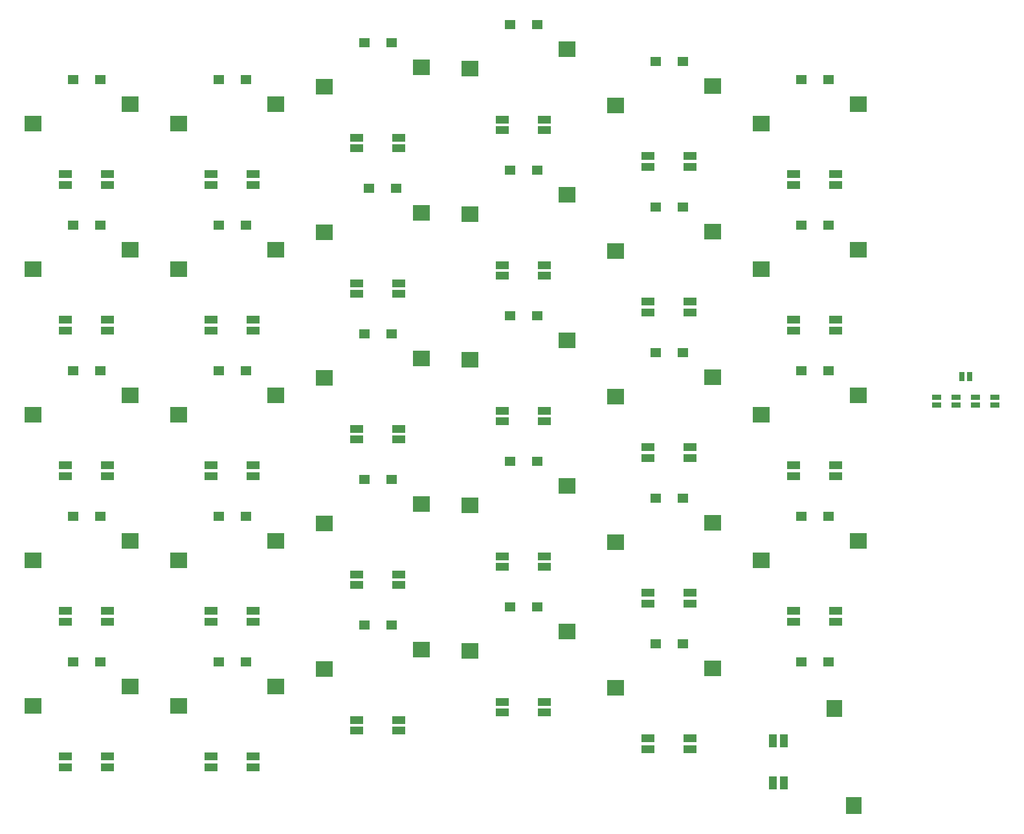
<source format=gbr>
%TF.GenerationSoftware,KiCad,Pcbnew,5.1.9-73d0e3b20d~88~ubuntu18.04.1*%
%TF.CreationDate,2021-03-13T15:22:26+09:00*%
%TF.ProjectId,swallowtail,7377616c-6c6f-4777-9461-696c2e6b6963,rev?*%
%TF.SameCoordinates,Original*%
%TF.FileFunction,Paste,Bot*%
%TF.FilePolarity,Positive*%
%FSLAX46Y46*%
G04 Gerber Fmt 4.6, Leading zero omitted, Abs format (unit mm)*
G04 Created by KiCad (PCBNEW 5.1.9-73d0e3b20d~88~ubuntu18.04.1) date 2021-03-13 15:22:26*
%MOMM*%
%LPD*%
G01*
G04 APERTURE LIST*
%ADD10R,2.300000X2.000000*%
%ADD11R,1.400000X1.300000*%
%ADD12R,1.700000X1.000000*%
%ADD13R,1.000000X1.700000*%
%ADD14R,2.000000X2.300000*%
%ADD15R,0.635000X1.143000*%
%ADD16R,1.143000X0.635000*%
G04 APERTURE END LIST*
D10*
%TO.C,SW24*%
X132303125Y-115291875D03*
X145003125Y-112751875D03*
%TD*%
D11*
%TO.C,D1*%
X45828125Y-52387500D03*
X42278125Y-52387500D03*
%TD*%
%TO.C,D2*%
X64878125Y-52387500D03*
X61328125Y-52387500D03*
%TD*%
%TO.C,D3*%
X83928125Y-47625000D03*
X80378125Y-47625000D03*
%TD*%
%TO.C,D4*%
X102978125Y-45243750D03*
X99428125Y-45243750D03*
%TD*%
%TO.C,D5*%
X122028125Y-50006250D03*
X118478125Y-50006250D03*
%TD*%
%TO.C,D6*%
X141078125Y-52387500D03*
X137528125Y-52387500D03*
%TD*%
%TO.C,D7*%
X45828125Y-71437500D03*
X42278125Y-71437500D03*
%TD*%
%TO.C,D8*%
X64878125Y-71437500D03*
X61328125Y-71437500D03*
%TD*%
%TO.C,D9*%
X84534375Y-66675000D03*
X80984375Y-66675000D03*
%TD*%
%TO.C,D10*%
X102978125Y-64293750D03*
X99428125Y-64293750D03*
%TD*%
%TO.C,D11*%
X122028125Y-69056250D03*
X118478125Y-69056250D03*
%TD*%
%TO.C,D12*%
X141078125Y-71437500D03*
X137528125Y-71437500D03*
%TD*%
%TO.C,D13*%
X45828125Y-90487500D03*
X42278125Y-90487500D03*
%TD*%
%TO.C,D14*%
X64878125Y-90487500D03*
X61328125Y-90487500D03*
%TD*%
%TO.C,D15*%
X83928125Y-85725000D03*
X80378125Y-85725000D03*
%TD*%
%TO.C,D16*%
X102978125Y-83343750D03*
X99428125Y-83343750D03*
%TD*%
%TO.C,D17*%
X122028125Y-88106250D03*
X118478125Y-88106250D03*
%TD*%
%TO.C,D18*%
X141078125Y-90487500D03*
X137528125Y-90487500D03*
%TD*%
%TO.C,D19*%
X45828125Y-109537500D03*
X42278125Y-109537500D03*
%TD*%
%TO.C,D20*%
X64878125Y-109537500D03*
X61328125Y-109537500D03*
%TD*%
%TO.C,D21*%
X83928125Y-104775000D03*
X80378125Y-104775000D03*
%TD*%
%TO.C,D22*%
X102978125Y-102393750D03*
X99428125Y-102393750D03*
%TD*%
%TO.C,D23*%
X122028125Y-107156250D03*
X118478125Y-107156250D03*
%TD*%
%TO.C,D24*%
X141078125Y-109537500D03*
X137528125Y-109537500D03*
%TD*%
%TO.C,D25*%
X45828125Y-128587500D03*
X42278125Y-128587500D03*
%TD*%
%TO.C,D26*%
X64878125Y-128587500D03*
X61328125Y-128587500D03*
%TD*%
%TO.C,D27*%
X83928125Y-123825000D03*
X80378125Y-123825000D03*
%TD*%
%TO.C,D28*%
X102978125Y-121443750D03*
X99428125Y-121443750D03*
%TD*%
%TO.C,D29*%
X122028125Y-126206250D03*
X118478125Y-126206250D03*
%TD*%
%TO.C,D30*%
X141078125Y-128587500D03*
X137528125Y-128587500D03*
%TD*%
D12*
%TO.C,LED1*%
X46803125Y-66184375D03*
X46803125Y-64784375D03*
X41303125Y-66184375D03*
X41303125Y-64784375D03*
%TD*%
%TO.C,LED2*%
X65853125Y-66184375D03*
X65853125Y-64784375D03*
X60353125Y-66184375D03*
X60353125Y-64784375D03*
%TD*%
%TO.C,LED3*%
X84903125Y-61421875D03*
X84903125Y-60021875D03*
X79403125Y-61421875D03*
X79403125Y-60021875D03*
%TD*%
%TO.C,LED4*%
X103953125Y-59040625D03*
X103953125Y-57640625D03*
X98453125Y-59040625D03*
X98453125Y-57640625D03*
%TD*%
%TO.C,LED5*%
X123003125Y-63803125D03*
X123003125Y-62403125D03*
X117503125Y-63803125D03*
X117503125Y-62403125D03*
%TD*%
%TO.C,LED6*%
X142053125Y-66184375D03*
X142053125Y-64784375D03*
X136553125Y-66184375D03*
X136553125Y-64784375D03*
%TD*%
%TO.C,LED7*%
X46803125Y-85234375D03*
X46803125Y-83834375D03*
X41303125Y-85234375D03*
X41303125Y-83834375D03*
%TD*%
%TO.C,LED8*%
X65853125Y-85234375D03*
X65853125Y-83834375D03*
X60353125Y-85234375D03*
X60353125Y-83834375D03*
%TD*%
%TO.C,LED9*%
X84903125Y-80471875D03*
X84903125Y-79071875D03*
X79403125Y-80471875D03*
X79403125Y-79071875D03*
%TD*%
%TO.C,LED10*%
X103953125Y-78090625D03*
X103953125Y-76690625D03*
X98453125Y-78090625D03*
X98453125Y-76690625D03*
%TD*%
%TO.C,LED11*%
X123003125Y-82853125D03*
X123003125Y-81453125D03*
X117503125Y-82853125D03*
X117503125Y-81453125D03*
%TD*%
%TO.C,LED12*%
X142053125Y-85234375D03*
X142053125Y-83834375D03*
X136553125Y-85234375D03*
X136553125Y-83834375D03*
%TD*%
%TO.C,LED13*%
X46803125Y-104284375D03*
X46803125Y-102884375D03*
X41303125Y-104284375D03*
X41303125Y-102884375D03*
%TD*%
%TO.C,LED14*%
X65853125Y-104284375D03*
X65853125Y-102884375D03*
X60353125Y-104284375D03*
X60353125Y-102884375D03*
%TD*%
%TO.C,LED15*%
X84903125Y-99521875D03*
X84903125Y-98121875D03*
X79403125Y-99521875D03*
X79403125Y-98121875D03*
%TD*%
%TO.C,LED16*%
X103953125Y-97140625D03*
X103953125Y-95740625D03*
X98453125Y-97140625D03*
X98453125Y-95740625D03*
%TD*%
%TO.C,LED17*%
X123003125Y-101903125D03*
X123003125Y-100503125D03*
X117503125Y-101903125D03*
X117503125Y-100503125D03*
%TD*%
%TO.C,LED18*%
X142053125Y-104284375D03*
X142053125Y-102884375D03*
X136553125Y-104284375D03*
X136553125Y-102884375D03*
%TD*%
%TO.C,LED19*%
X46803125Y-123334375D03*
X46803125Y-121934375D03*
X41303125Y-123334375D03*
X41303125Y-121934375D03*
%TD*%
%TO.C,LED20*%
X65853125Y-123334375D03*
X65853125Y-121934375D03*
X60353125Y-123334375D03*
X60353125Y-121934375D03*
%TD*%
%TO.C,LED21*%
X84903125Y-118571875D03*
X84903125Y-117171875D03*
X79403125Y-118571875D03*
X79403125Y-117171875D03*
%TD*%
%TO.C,LED22*%
X103953125Y-116190625D03*
X103953125Y-114790625D03*
X98453125Y-116190625D03*
X98453125Y-114790625D03*
%TD*%
%TO.C,LED23*%
X123003125Y-120953125D03*
X123003125Y-119553125D03*
X117503125Y-120953125D03*
X117503125Y-119553125D03*
%TD*%
%TO.C,LED24*%
X142053125Y-123334375D03*
X142053125Y-121934375D03*
X136553125Y-123334375D03*
X136553125Y-121934375D03*
%TD*%
%TO.C,LED25*%
X46803125Y-142384375D03*
X46803125Y-140984375D03*
X41303125Y-142384375D03*
X41303125Y-140984375D03*
%TD*%
%TO.C,LED26*%
X65853125Y-142384375D03*
X65853125Y-140984375D03*
X60353125Y-142384375D03*
X60353125Y-140984375D03*
%TD*%
%TO.C,LED27*%
X84903125Y-137621875D03*
X84903125Y-136221875D03*
X79403125Y-137621875D03*
X79403125Y-136221875D03*
%TD*%
%TO.C,LED28*%
X103953125Y-135240625D03*
X103953125Y-133840625D03*
X98453125Y-135240625D03*
X98453125Y-133840625D03*
%TD*%
%TO.C,LED29*%
X123003125Y-140003125D03*
X123003125Y-138603125D03*
X117503125Y-140003125D03*
X117503125Y-138603125D03*
%TD*%
D13*
%TO.C,LED30*%
X133840625Y-144434375D03*
X135240625Y-144434375D03*
X133840625Y-138934375D03*
X135240625Y-138934375D03*
%TD*%
D10*
%TO.C,SW29*%
X113253125Y-131960625D03*
X125953125Y-129420625D03*
%TD*%
%TO.C,SW4*%
X94203125Y-50998125D03*
X106903125Y-48458125D03*
%TD*%
D14*
%TO.C,SW30*%
X141883125Y-134684375D03*
X144423125Y-147384375D03*
%TD*%
D10*
%TO.C,SW25*%
X37053125Y-134341875D03*
X49753125Y-131801875D03*
%TD*%
D15*
%TO.C,JP1*%
X158567120Y-91297135D03*
X159567880Y-91297135D03*
%TD*%
D16*
%TO.C,JP3*%
X162877500Y-94972515D03*
X162877500Y-93971755D03*
%TD*%
%TO.C,JP4*%
X160337500Y-93971755D03*
X160337500Y-94972515D03*
%TD*%
%TO.C,JP5*%
X157797500Y-94972515D03*
X157797500Y-93971755D03*
%TD*%
%TO.C,JP6*%
X155257500Y-93971755D03*
X155257500Y-94972515D03*
%TD*%
D10*
%TO.C,SW1*%
X37053125Y-58141875D03*
X49753125Y-55601875D03*
%TD*%
%TO.C,SW2*%
X68803125Y-55601875D03*
X56103125Y-58141875D03*
%TD*%
%TO.C,SW3*%
X87853125Y-50839375D03*
X75153125Y-53379375D03*
%TD*%
%TO.C,SW5*%
X125953125Y-53220625D03*
X113253125Y-55760625D03*
%TD*%
%TO.C,SW6*%
X145003125Y-55601875D03*
X132303125Y-58141875D03*
%TD*%
%TO.C,SW7*%
X49753125Y-74651875D03*
X37053125Y-77191875D03*
%TD*%
%TO.C,SW8*%
X68803125Y-74651875D03*
X56103125Y-77191875D03*
%TD*%
%TO.C,SW9*%
X75153125Y-72429375D03*
X87853125Y-69889375D03*
%TD*%
%TO.C,SW10*%
X106903125Y-67508125D03*
X94203125Y-70048125D03*
%TD*%
%TO.C,SW11*%
X125953125Y-72270625D03*
X113253125Y-74810625D03*
%TD*%
%TO.C,SW12*%
X145003125Y-74651875D03*
X132303125Y-77191875D03*
%TD*%
%TO.C,SW13*%
X37053125Y-96241875D03*
X49753125Y-93701875D03*
%TD*%
%TO.C,SW14*%
X56103125Y-96241875D03*
X68803125Y-93701875D03*
%TD*%
%TO.C,SW15*%
X87853125Y-88939375D03*
X75153125Y-91479375D03*
%TD*%
%TO.C,SW16*%
X94203125Y-89098125D03*
X106903125Y-86558125D03*
%TD*%
%TO.C,SW17*%
X113253125Y-93860625D03*
X125953125Y-91320625D03*
%TD*%
%TO.C,SW18*%
X132303125Y-96241875D03*
X145003125Y-93701875D03*
%TD*%
%TO.C,SW19*%
X37053125Y-115291875D03*
X49753125Y-112751875D03*
%TD*%
%TO.C,SW20*%
X56103125Y-115291875D03*
X68803125Y-112751875D03*
%TD*%
%TO.C,SW21*%
X75153125Y-110529375D03*
X87853125Y-107989375D03*
%TD*%
%TO.C,SW22*%
X106903125Y-105608125D03*
X94203125Y-108148125D03*
%TD*%
%TO.C,SW23*%
X113253125Y-112910625D03*
X125953125Y-110370625D03*
%TD*%
%TO.C,SW26*%
X68803125Y-131801875D03*
X56103125Y-134341875D03*
%TD*%
%TO.C,SW27*%
X87853125Y-127039375D03*
X75153125Y-129579375D03*
%TD*%
%TO.C,SW28*%
X106903125Y-124658125D03*
X94203125Y-127198125D03*
%TD*%
M02*

</source>
